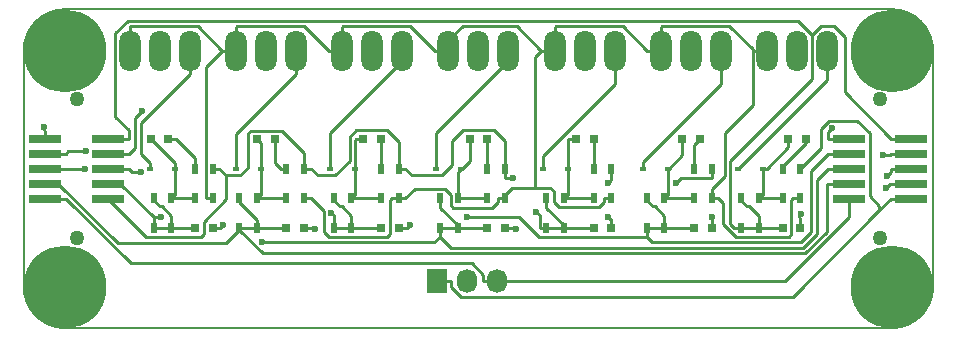
<source format=gtl>
G04 #@! TF.FileFunction,Copper,L1,Top,Signal*
%FSLAX46Y46*%
G04 Gerber Fmt 4.6, Leading zero omitted, Abs format (unit mm)*
G04 Created by KiCad (PCBNEW 4.0.2-stable) date 31/05/2016 22:00:56*
%MOMM*%
G01*
G04 APERTURE LIST*
%ADD10C,0.100000*%
%ADD11C,0.150000*%
%ADD12C,0.250000*%
%ADD13R,0.800000X0.750000*%
%ADD14R,0.797560X0.797560*%
%ADD15R,1.727200X2.032000*%
%ADD16O,1.727200X2.032000*%
%ADD17C,7.000000*%
%ADD18R,0.500000X0.900000*%
%ADD19R,2.790000X0.740000*%
%ADD20C,1.270000*%
%ADD21R,0.590000X0.450000*%
%ADD22O,1.800860X3.500120*%
%ADD23R,0.500000X0.250000*%
%ADD24C,0.600000*%
G04 APERTURE END LIST*
D10*
D11*
X75000000Y28500000D02*
X5000000Y28500000D01*
X5000000Y1500000D02*
X75000000Y1500000D01*
X78500000Y25000000D02*
G75*
G03X75000000Y28500000I-3500000J0D01*
G01*
X75000000Y1500000D02*
G75*
G03X78500000Y5000000I0J3500000D01*
G01*
X78500000Y25000000D02*
X78500000Y5000000D01*
X1500000Y25000000D02*
X1500000Y5000000D01*
X5000000Y28500000D02*
G75*
G03X1500000Y25000000I0J-3500000D01*
G01*
X1500000Y5000000D02*
G75*
G03X5000000Y1500000I3500000J0D01*
G01*
D12*
X12750000Y10000000D02*
X13750000Y10000000D01*
X62500000Y10000000D02*
X63500000Y10000000D01*
X54500000Y10000000D02*
X55500000Y10000000D01*
X46000000Y10000000D02*
X47000000Y10000000D01*
X37000000Y10000000D02*
X38000000Y10000000D01*
X28000000Y10000000D02*
X29000000Y10000000D01*
X20000000Y10000000D02*
X21000000Y10000000D01*
D13*
X16000000Y10000000D03*
X17500000Y10000000D03*
X23750000Y10000000D03*
X25250000Y10000000D03*
X31750000Y10000000D03*
X33250000Y10000000D03*
X40750000Y10000000D03*
X42250000Y10000000D03*
X49750000Y10000000D03*
X51250000Y10000000D03*
X58250000Y10000000D03*
X59750000Y10000000D03*
X65750000Y10000000D03*
X67250000Y10000000D03*
D14*
X13749300Y17500000D03*
X12250700Y17500000D03*
X22749300Y17500000D03*
X21250700Y17500000D03*
X31749300Y17500000D03*
X30250700Y17500000D03*
X40749300Y17500000D03*
X39250700Y17500000D03*
D15*
X36500000Y5500000D03*
D16*
X39040000Y5500000D03*
X41580000Y5500000D03*
D17*
X5000000Y25000000D03*
X75000000Y25000000D03*
D18*
X17500000Y15000000D03*
X16000000Y15000000D03*
X17500000Y12500000D03*
X16000000Y12500000D03*
X12500000Y12500000D03*
X14000000Y12500000D03*
X25250000Y15000000D03*
X23750000Y15000000D03*
X25250000Y12500000D03*
X23750000Y12500000D03*
X19750000Y12500000D03*
X21250000Y12500000D03*
X33250000Y15000000D03*
X31750000Y15000000D03*
X33250000Y12500000D03*
X31750000Y12500000D03*
X27750000Y12500000D03*
X29250000Y12500000D03*
X42250000Y15000000D03*
X40750000Y15000000D03*
X42250000Y12500000D03*
X40750000Y12500000D03*
X36750000Y12500000D03*
X38250000Y12500000D03*
X51250000Y15000000D03*
X49750000Y15000000D03*
X51250000Y12500000D03*
X49750000Y12500000D03*
X45750000Y12500000D03*
X47250000Y12500000D03*
X59750000Y15000000D03*
X58250000Y15000000D03*
X59750000Y12500000D03*
X58250000Y12500000D03*
X54250000Y12500000D03*
X55750000Y12500000D03*
X67250000Y15000000D03*
X65750000Y15000000D03*
X67250000Y12500000D03*
X65750000Y12500000D03*
X62250000Y12500000D03*
X63750000Y12500000D03*
D17*
X75000000Y5000000D03*
X5000000Y5000000D03*
D14*
X49749300Y17500000D03*
X48250700Y17500000D03*
X58749300Y17500000D03*
X57250700Y17500000D03*
X67749300Y17500000D03*
X66250700Y17500000D03*
D19*
X3340000Y16270000D03*
X8660000Y16270000D03*
X3340000Y15000000D03*
X8660000Y15000000D03*
X8660000Y12460000D03*
X3340000Y12460000D03*
X8660000Y13730000D03*
X3340000Y13730000D03*
X3340000Y17540000D03*
X8660000Y17540000D03*
D20*
X6000000Y9130000D03*
X6000000Y20870000D03*
D19*
X71340000Y16270000D03*
X76660000Y16270000D03*
X71340000Y15000000D03*
X76660000Y15000000D03*
X76660000Y12460000D03*
X71340000Y12460000D03*
X76660000Y13730000D03*
X71340000Y13730000D03*
X71340000Y17540000D03*
X76660000Y17540000D03*
D20*
X74000000Y9130000D03*
X74000000Y20870000D03*
D21*
X36445000Y15000000D03*
X38555000Y15000000D03*
X45445000Y15000000D03*
X47555000Y15000000D03*
X53945000Y15000000D03*
X56055000Y15000000D03*
X61945000Y15000000D03*
X64055000Y15000000D03*
X12195000Y15000000D03*
X14305000Y15000000D03*
X19445000Y15000000D03*
X21555000Y15000000D03*
X27445000Y15000000D03*
X29555000Y15000000D03*
D22*
X10460000Y25000000D03*
X13000000Y25000000D03*
X15540000Y25000000D03*
X19460000Y25000000D03*
X22000000Y25000000D03*
X24540000Y25000000D03*
X28460000Y25000000D03*
X31000000Y25000000D03*
X33540000Y25000000D03*
X37460000Y25000000D03*
X40000000Y25000000D03*
X42540000Y25000000D03*
X46460000Y25000000D03*
X49000000Y25000000D03*
X51540000Y25000000D03*
X55460000Y25000000D03*
X58000000Y25000000D03*
X60540000Y25000000D03*
X64460000Y25000000D03*
X67000000Y25000000D03*
X69540000Y25000000D03*
D18*
X14000000Y10000000D03*
X12500000Y10000000D03*
D23*
X13250000Y10000000D03*
D18*
X63750000Y10000000D03*
X62250000Y10000000D03*
D23*
X63000000Y10000000D03*
D18*
X55750000Y10000000D03*
X54250000Y10000000D03*
D23*
X55000000Y10000000D03*
D18*
X47250000Y10000000D03*
X45750000Y10000000D03*
D23*
X46500000Y10000000D03*
D18*
X38250000Y10000000D03*
X36750000Y10000000D03*
D23*
X37500000Y10000000D03*
D18*
X29250000Y10000000D03*
X27750000Y10000000D03*
D23*
X28500000Y10000000D03*
D18*
X21250000Y10000000D03*
X19750000Y10000000D03*
D23*
X20500000Y10000000D03*
D24*
X42895400Y14206900D03*
X50939100Y13750000D03*
X56713000Y13750000D03*
X3250000Y18500000D03*
X43176000Y9913100D03*
X34181000Y10205500D03*
X50984000Y10878400D03*
X67300000Y11200000D03*
X59750000Y10893300D03*
X18412000Y10208900D03*
X26167000Y9869200D03*
X69975000Y18416700D03*
X13160000Y10883900D03*
X74493400Y13340700D03*
X27562500Y11250000D03*
X74627100Y14407000D03*
X11398200Y14674400D03*
X6721300Y14937500D03*
X21686400Y8755200D03*
X74261300Y16147500D03*
X11553200Y19914500D03*
X44873500Y11338400D03*
X39062600Y10911700D03*
X6763500Y16478800D03*
D12*
X66603000Y4123700D02*
X73948700Y11468800D01*
X38545000Y4123700D02*
X66603000Y4123700D01*
X37689000Y4979900D02*
X38545000Y4123700D01*
X37689000Y5500000D02*
X37689000Y4979900D01*
X36500000Y5500000D02*
X37689000Y5500000D01*
X74940000Y12460000D02*
X76660000Y12460000D01*
X73948700Y11468800D02*
X74940000Y12460000D01*
X73948700Y11871000D02*
X73948700Y11468800D01*
X73132500Y12687200D02*
X73948700Y11871000D01*
X73132500Y17983300D02*
X73132500Y12687200D01*
X72073700Y19042100D02*
X73132500Y17983300D01*
X69709900Y19042100D02*
X72073700Y19042100D01*
X69013900Y18346100D02*
X69709900Y19042100D01*
X69013900Y16763900D02*
X69013900Y18346100D01*
X67250000Y15000000D02*
X69013900Y16763900D01*
X33250000Y15000000D02*
X33825300Y15000000D01*
X34375700Y14449600D02*
X33825300Y15000000D01*
X36924800Y14449600D02*
X34375700Y14449600D01*
X37799600Y15324400D02*
X36924800Y14449600D01*
X37799600Y17357900D02*
X37799600Y15324400D01*
X38694300Y18252600D02*
X37799600Y17357900D01*
X41314800Y18252600D02*
X38694300Y18252600D01*
X42250000Y17317400D02*
X41314800Y18252600D01*
X42250000Y15000000D02*
X42250000Y17317400D01*
X42877600Y14224700D02*
X42250000Y14224700D01*
X42895400Y14206900D02*
X42877600Y14224700D01*
X42250000Y15000000D02*
X42250000Y14224700D01*
X51250000Y14060900D02*
X51250000Y15000000D01*
X50939100Y13750000D02*
X51250000Y14060900D01*
X17500000Y15000000D02*
X18075300Y15000000D01*
X33250000Y17265500D02*
X33250000Y15000000D01*
X32272500Y18243000D02*
X33250000Y17265500D01*
X29669800Y18243000D02*
X32272500Y18243000D01*
X29092700Y17665900D02*
X29669800Y18243000D01*
X29092700Y15667100D02*
X29092700Y17665900D01*
X27859900Y14434300D02*
X29092700Y15667100D01*
X26391000Y14434300D02*
X27859900Y14434300D01*
X25825300Y15000000D02*
X26391000Y14434300D01*
X25250000Y15000000D02*
X25825300Y15000000D01*
X18650600Y12439600D02*
X18650600Y14424700D01*
X16725400Y10514400D02*
X18650600Y12439600D01*
X16725400Y9459000D02*
X16725400Y10514400D01*
X16491000Y9224600D02*
X16725400Y9459000D01*
X11895400Y9224600D02*
X16491000Y9224600D01*
X8660000Y12460000D02*
X11895400Y9224600D01*
X19857900Y14424700D02*
X18650600Y14424700D01*
X20526500Y15093300D02*
X19857900Y14424700D01*
X20526500Y18043200D02*
X20526500Y15093300D01*
X20707500Y18224200D02*
X20526500Y18043200D01*
X23363500Y18224200D02*
X20707500Y18224200D01*
X25250000Y16337700D02*
X23363500Y18224200D01*
X25250000Y15000000D02*
X25250000Y16337700D01*
X18650600Y14424700D02*
X18075300Y15000000D01*
X59750000Y15000000D02*
X59750000Y14224700D01*
X57187700Y14224700D02*
X56713000Y13750000D01*
X59750000Y14224700D02*
X57187700Y14224700D01*
X71340000Y10872400D02*
X71340000Y12460000D01*
X65968000Y5500000D02*
X71340000Y10872400D01*
X41580000Y5500000D02*
X65968000Y5500000D01*
X40391000Y5500000D02*
X41580000Y5500000D01*
X40391000Y6020100D02*
X40391000Y5500000D01*
X39438000Y6973200D02*
X40391000Y6020100D01*
X10547000Y6973200D02*
X39438000Y6973200D01*
X5060000Y12460000D02*
X10547000Y6973200D01*
X3340000Y12460000D02*
X5060000Y12460000D01*
X3250000Y18250000D02*
X3250000Y18500000D01*
X3340000Y18160000D02*
X3250000Y18250000D01*
X3340000Y17540000D02*
X3340000Y18160000D01*
X42975000Y10000000D02*
X42250000Y10000000D01*
X43062000Y9913100D02*
X42975000Y10000000D01*
X43176000Y9913100D02*
X43062000Y9913100D01*
X33975000Y10000000D02*
X33250000Y10000000D01*
X34181000Y10205500D02*
X33975000Y10000000D01*
X51250000Y10700300D02*
X51250000Y10000000D01*
X51162000Y10700300D02*
X51250000Y10700300D01*
X50984000Y10878400D02*
X51162000Y10700300D01*
X67122000Y11022400D02*
X67300000Y11200000D01*
X67250000Y10700300D02*
X67122000Y11022400D01*
X67250000Y10000000D02*
X67250000Y10700300D01*
X59750000Y10000000D02*
X59750000Y10893300D01*
X18225000Y10000000D02*
X17500000Y10000000D01*
X18225000Y10021700D02*
X18225000Y10000000D01*
X18412000Y10208900D02*
X18225000Y10021700D01*
X26106000Y9869200D02*
X26167000Y9869200D01*
X25975000Y10000000D02*
X26106000Y9869200D01*
X25250000Y10000000D02*
X25975000Y10000000D01*
X69620000Y17540000D02*
X71340000Y17540000D01*
X69620000Y18061500D02*
X69620000Y17540000D01*
X69975000Y18416700D02*
X69620000Y18061500D01*
X16000000Y15898100D02*
X16000000Y15000000D01*
X14398000Y17500000D02*
X16000000Y15898100D01*
X13749300Y17500000D02*
X14398000Y17500000D01*
X13749000Y17500000D02*
X13749300Y17500000D01*
X14000000Y12500000D02*
X16000000Y12500000D01*
X14305000Y12805000D02*
X14000000Y12500000D01*
X14305000Y15000000D02*
X14305000Y12805000D01*
X12280000Y17500000D02*
X12251000Y17500000D01*
X14305000Y15475000D02*
X12280000Y17500000D01*
X14305000Y15000000D02*
X14305000Y15475000D01*
X12251000Y17500000D02*
X12250700Y17500000D01*
X22749000Y15500700D02*
X22749000Y16000600D01*
X23250000Y15000000D02*
X22749000Y15500700D01*
X23750000Y15000000D02*
X23250000Y15000000D01*
X22749000Y16000600D02*
X22749000Y16000900D01*
X22749000Y16000600D02*
X22749000Y16000900D01*
X22749000Y16000900D02*
X22749000Y16500400D01*
X22749000Y16000900D02*
X22749000Y16500400D01*
X22749000Y16500400D02*
X22749000Y17000200D01*
X22749000Y17000200D02*
X22749000Y17500000D01*
X22749300Y17000500D02*
X22749300Y17500000D01*
X22749000Y17000200D02*
X22749300Y17000500D01*
X23750000Y12875000D02*
X23750000Y12500000D01*
X21555000Y15000000D02*
X21625000Y15000000D01*
X21555000Y12805000D02*
X21250000Y12500000D01*
X21555000Y15000000D02*
X21555000Y12805000D01*
X21250000Y12500000D02*
X23750000Y12500000D01*
X21555000Y17195700D02*
X21251000Y17500000D01*
X21555000Y15000000D02*
X21555000Y17195700D01*
X21250700Y17500000D02*
X21251000Y17500000D01*
X31749000Y17499900D02*
X31749000Y17499800D01*
X31749000Y17500000D02*
X31749000Y17499900D01*
X31750000Y17499300D02*
X31749000Y17499800D01*
X31750000Y15000000D02*
X31750000Y17499300D01*
X31749000Y17499800D02*
X31749000Y17499900D01*
X31749000Y17500000D02*
X31749300Y17500000D01*
X29250000Y12500000D02*
X31750000Y12500000D01*
X29555000Y12805000D02*
X29250000Y12500000D01*
X29555000Y15000000D02*
X29555000Y12805000D01*
X29602000Y17500000D02*
X30250700Y17500000D01*
X29555000Y17453100D02*
X29602000Y17500000D01*
X29555000Y15000000D02*
X29555000Y17453100D01*
X30250700Y17500000D02*
X30251000Y17500000D01*
X40749000Y15000700D02*
X40749000Y16037600D01*
X40750000Y15000000D02*
X40749000Y15000700D01*
X40749000Y16037600D02*
X40749000Y16037900D01*
X40749000Y16037600D02*
X40749000Y16037900D01*
X40749000Y16037900D02*
X40749000Y16525100D01*
X40749000Y16037900D02*
X40749000Y16525100D01*
X40749000Y16525100D02*
X40749000Y17012600D01*
X40749000Y17012600D02*
X40749000Y17500000D01*
X40749300Y17012900D02*
X40749300Y17500000D01*
X40749000Y17012600D02*
X40749300Y17012900D01*
X38250000Y12500000D02*
X40750000Y12500000D01*
X38250000Y14695000D02*
X38555000Y15000000D01*
X38250000Y12500000D02*
X38250000Y14695000D01*
X39251000Y15625700D02*
X39251000Y16094300D01*
X38625000Y15000000D02*
X39251000Y15625700D01*
X38555000Y15000000D02*
X38625000Y15000000D01*
X39251000Y16094300D02*
X39251000Y16094600D01*
X39251000Y16094300D02*
X39251000Y16094600D01*
X39251000Y16094600D02*
X39251000Y16562900D01*
X39251000Y16094600D02*
X39251000Y16562900D01*
X39251000Y16562900D02*
X39251000Y17031500D01*
X39251000Y17031500D02*
X39251000Y17500000D01*
X39250700Y17031800D02*
X39250700Y17500000D01*
X39251000Y17031500D02*
X39250700Y17031800D01*
X27310000Y25000000D02*
X28460000Y25000000D01*
X25234000Y27075100D02*
X27310000Y25000000D01*
X19535000Y27075100D02*
X25234000Y27075100D01*
X19460000Y27000100D02*
X19535000Y27075100D01*
X19460000Y25000000D02*
X19460000Y27000100D01*
X25250000Y12500000D02*
X25825300Y12500000D01*
X36310000Y25000000D02*
X37460000Y25000000D01*
X34234000Y27075100D02*
X36310000Y25000000D01*
X28535000Y27075100D02*
X34234000Y27075100D01*
X28460000Y27000100D02*
X28535000Y27075100D01*
X28460000Y25000000D02*
X28460000Y27000100D01*
X26937100Y11388200D02*
X25825300Y12500000D01*
X26937100Y9631200D02*
X26937100Y11388200D01*
X27353900Y9214400D02*
X26937100Y9631200D01*
X32253100Y9214400D02*
X27353900Y9214400D01*
X32500000Y9461300D02*
X32253100Y9214400D01*
X32500000Y12325300D02*
X32500000Y9461300D01*
X32674700Y12500000D02*
X32500000Y12325300D01*
X33250000Y12500000D02*
X32674700Y12500000D01*
X54310000Y25000000D02*
X55460000Y25000000D01*
X52234000Y27075100D02*
X54310000Y25000000D01*
X46535000Y27075100D02*
X52234000Y27075100D01*
X46460000Y27000100D02*
X46535000Y27075100D01*
X46460000Y25000000D02*
X46460000Y27000100D01*
X34600700Y13275400D02*
X33825300Y12500000D01*
X37196600Y13275400D02*
X34600700Y13275400D01*
X37674600Y12797400D02*
X37196600Y13275400D01*
X37674600Y11889800D02*
X37674600Y12797400D01*
X37867900Y11696500D02*
X37674600Y11889800D01*
X41158800Y11696500D02*
X37867900Y11696500D01*
X41674700Y12212400D02*
X41158800Y11696500D01*
X41674700Y12500000D02*
X41674700Y12212400D01*
X42250000Y12500000D02*
X41674700Y12500000D01*
X33250000Y12500000D02*
X33825300Y12500000D01*
X42250000Y12500000D02*
X42250000Y12770000D01*
X42250000Y12770000D02*
X42250000Y12860000D01*
X51250000Y12500000D02*
X50674700Y12500000D01*
X43234000Y27075100D02*
X45310000Y25000000D01*
X38685000Y27075100D02*
X43234000Y27075100D01*
X37460000Y25849600D02*
X38685000Y27075100D01*
X37460000Y25000000D02*
X37460000Y25849600D01*
X45310000Y25000000D02*
X46460000Y25000000D01*
X63310000Y25000000D02*
X64460000Y25000000D01*
X63216700Y25093300D02*
X63310000Y25000000D01*
X60874200Y14399500D02*
X59750000Y13275300D01*
X60874200Y18020700D02*
X60874200Y14399500D01*
X63216700Y20363200D02*
X60874200Y18020700D01*
X63216700Y25093300D02*
X63216700Y20363200D01*
X61234000Y27075100D02*
X63216700Y25093300D01*
X55535000Y27075100D02*
X61234000Y27075100D01*
X55460000Y27000100D02*
X55535000Y27075100D01*
X55460000Y25000000D02*
X55460000Y27000100D01*
X59750000Y12500000D02*
X59750000Y13275300D01*
X60731300Y12094000D02*
X60325300Y12500000D01*
X60731300Y10282200D02*
X60731300Y12094000D01*
X61788900Y9224600D02*
X60731300Y10282200D01*
X66263300Y9224600D02*
X61788900Y9224600D01*
X66500000Y9461300D02*
X66263300Y9224600D01*
X66500000Y12325300D02*
X66500000Y9461300D01*
X66674700Y12500000D02*
X66500000Y12325300D01*
X67250000Y12500000D02*
X66674700Y12500000D01*
X59750000Y12500000D02*
X60325300Y12500000D01*
X44780900Y24470900D02*
X45310000Y25000000D01*
X44780900Y13347200D02*
X44780900Y24470900D01*
X46087900Y13347200D02*
X44780900Y13347200D01*
X46362300Y13072800D02*
X46087900Y13347200D01*
X46362300Y12188700D02*
X46362300Y13072800D01*
X46826400Y11724600D02*
X46362300Y12188700D01*
X50186900Y11724600D02*
X46826400Y11724600D01*
X50674700Y12212400D02*
X50186900Y11724600D01*
X50674700Y12500000D02*
X50674700Y12212400D01*
X42827200Y13347200D02*
X42250000Y12770000D01*
X44780900Y13347200D02*
X42827200Y13347200D01*
X16924700Y23614700D02*
X18310000Y25000000D01*
X16924700Y12500000D02*
X16924700Y23614700D01*
X16234000Y27075100D02*
X18310000Y25000000D01*
X10535000Y27075100D02*
X16234000Y27075100D01*
X10460000Y27000100D02*
X10535000Y27075100D01*
X10460000Y25000000D02*
X10460000Y27000100D01*
X18310000Y25000000D02*
X19460000Y25000000D01*
X17500000Y12500000D02*
X16924700Y12500000D01*
X12500000Y12300000D02*
X12500000Y12500000D01*
X13000000Y11800000D02*
X12500000Y12300000D01*
X13200000Y11800000D02*
X13000000Y11800000D01*
X14000000Y11000000D02*
X13200000Y11800000D01*
X14000000Y10000000D02*
X14000000Y11000000D01*
X16000000Y10000000D02*
X14000000Y10000000D01*
X19750000Y12150000D02*
X19750000Y12500000D01*
X21250000Y10650000D02*
X19750000Y12150000D01*
X21250000Y10000000D02*
X21250000Y10650000D01*
X19750000Y12700000D02*
X19750000Y12500000D01*
X23750000Y10000000D02*
X21250000Y10000000D01*
X27750000Y12300000D02*
X27750000Y12500000D01*
X28250000Y11800000D02*
X27750000Y12300000D01*
X28450000Y11800000D02*
X28250000Y11800000D01*
X29250000Y11000000D02*
X28450000Y11800000D01*
X29250000Y10000000D02*
X29250000Y11000000D01*
X29250000Y10000000D02*
X31750000Y10000000D01*
X40750000Y10000000D02*
X38250000Y10000000D01*
X38250000Y10200000D02*
X38250000Y10000000D01*
X36750000Y11700000D02*
X38250000Y10200000D01*
X36750000Y12500000D02*
X36750000Y11700000D01*
X47250000Y10200000D02*
X47250000Y10000000D01*
X45750000Y11700000D02*
X47250000Y10200000D01*
X45750000Y12500000D02*
X45750000Y11700000D01*
X49750000Y10000000D02*
X47250000Y10000000D01*
X54250000Y12300000D02*
X54250000Y12500000D01*
X54750000Y11800000D02*
X54250000Y12300000D01*
X54950000Y11800000D02*
X54750000Y11800000D01*
X55750000Y11000000D02*
X54950000Y11800000D01*
X55750000Y10000000D02*
X55750000Y11000000D01*
X58250000Y10000000D02*
X55750000Y10000000D01*
X62250000Y12300000D02*
X62250000Y12500000D01*
X62750000Y11800000D02*
X62250000Y12300000D01*
X62950000Y11800000D02*
X62750000Y11800000D01*
X63750000Y11000000D02*
X62950000Y11800000D01*
X63750000Y10000000D02*
X63750000Y11000000D01*
X65750000Y10000000D02*
X63750000Y10000000D01*
X49749000Y17499900D02*
X49749000Y17499800D01*
X49749000Y17500000D02*
X49749000Y17499900D01*
X49750000Y17499300D02*
X49749000Y17499800D01*
X49750000Y15000000D02*
X49750000Y17499300D01*
X49749000Y17499800D02*
X49749000Y17499900D01*
X49749000Y17500000D02*
X49749300Y17500000D01*
X47250000Y12500000D02*
X49750000Y12500000D01*
X47555000Y12805000D02*
X47250000Y12500000D01*
X47555000Y15000000D02*
X47555000Y12805000D01*
X47602000Y17500000D02*
X48250700Y17500000D01*
X47555000Y17453100D02*
X47602000Y17500000D01*
X47555000Y15000000D02*
X47555000Y17453100D01*
X48250700Y17500000D02*
X48251000Y17500000D01*
X58250000Y17000700D02*
X58749000Y17500000D01*
X58250000Y15000000D02*
X58250000Y17000700D01*
X58749300Y17500000D02*
X58749000Y17500000D01*
X58250000Y12500000D02*
X55750000Y12500000D01*
X56055000Y12805000D02*
X55750000Y12500000D01*
X56055000Y15000000D02*
X56055000Y12805000D01*
X57251000Y16125700D02*
X57251000Y16469300D01*
X56125000Y15000000D02*
X57251000Y16125700D01*
X56055000Y15000000D02*
X56125000Y15000000D01*
X57251000Y16469300D02*
X57251000Y16469600D01*
X57251000Y16469300D02*
X57251000Y16469600D01*
X57251000Y16469600D02*
X57251000Y16812900D01*
X57251000Y16469600D02*
X57251000Y16812900D01*
X57251000Y16812900D02*
X57251000Y17156500D01*
X57251000Y17156500D02*
X57251000Y17500000D01*
X57250700Y17156800D02*
X57250700Y17500000D01*
X57251000Y17156500D02*
X57250700Y17156800D01*
X67749000Y17199300D02*
X67749000Y17274500D01*
X65750000Y15200000D02*
X67749000Y17199300D01*
X65750000Y15000000D02*
X65750000Y15200000D01*
X67749000Y17274500D02*
X67749000Y17274800D01*
X67749000Y17274500D02*
X67749000Y17274800D01*
X67749000Y17274800D02*
X67749000Y17349700D01*
X67749000Y17274800D02*
X67749000Y17349700D01*
X67749000Y17349700D02*
X67749000Y17424900D01*
X67749000Y17424900D02*
X67749000Y17500000D01*
X67749300Y17425200D02*
X67749300Y17500000D01*
X67749000Y17424900D02*
X67749300Y17425200D01*
X63750000Y12500000D02*
X65750000Y12500000D01*
X64055000Y12805000D02*
X63750000Y12500000D01*
X64055000Y15000000D02*
X64055000Y12805000D01*
X66251000Y16851200D02*
X66251000Y17013400D01*
X64399000Y15000000D02*
X66251000Y16851200D01*
X64055000Y15000000D02*
X64399000Y15000000D01*
X66251000Y17013400D02*
X66251000Y17013700D01*
X66251000Y17013400D02*
X66251000Y17013700D01*
X66251000Y17013700D02*
X66251000Y17175600D01*
X66251000Y17013700D02*
X66251000Y17175600D01*
X66251000Y17175600D02*
X66251000Y17337800D01*
X66251000Y17337800D02*
X66251000Y17500000D01*
X66250700Y17338100D02*
X66250700Y17500000D01*
X66251000Y17337800D02*
X66250700Y17338100D01*
X53945000Y15576900D02*
X53945000Y15000000D01*
X60540000Y22171900D02*
X53945000Y15576900D01*
X60540000Y25000000D02*
X60540000Y22171900D01*
X45445000Y16076900D02*
X45445000Y15000000D01*
X51540000Y22171900D02*
X45445000Y16076900D01*
X51540000Y25000000D02*
X51540000Y22171900D01*
X36445000Y18055400D02*
X36445000Y15000000D01*
X42540000Y24150400D02*
X36445000Y18055400D01*
X42540000Y25000000D02*
X42540000Y24150400D01*
X33540000Y24150400D02*
X33540000Y25000000D01*
X27445000Y18055400D02*
X33540000Y24150400D01*
X27445000Y15000000D02*
X27445000Y18055400D01*
X12195000Y15475000D02*
X12195000Y15000000D01*
X11400000Y16270119D02*
X12195000Y15475000D01*
X11400000Y18859900D02*
X11400000Y16270119D01*
X15540000Y22999900D02*
X11400000Y18859900D01*
X15540000Y25000000D02*
X15540000Y22999900D01*
X19445000Y17904900D02*
X19445000Y15000000D01*
X24540000Y22999900D02*
X19445000Y17904900D01*
X24540000Y25000000D02*
X24540000Y22999900D01*
X62015000Y15000000D02*
X61945000Y15000000D01*
X69540000Y22525000D02*
X62015000Y15000000D01*
X69540000Y25000000D02*
X69540000Y22525000D01*
X12500000Y10000000D02*
X12500000Y10133100D01*
X9685000Y13730000D02*
X8660000Y13730000D01*
X74882700Y13730000D02*
X76660000Y13730000D01*
X74493400Y13340700D02*
X74882700Y13730000D01*
X12500000Y10883900D02*
X13160000Y10883900D01*
X12500000Y10915000D02*
X12500000Y10883900D01*
X9685000Y13730000D02*
X12500000Y10915000D01*
X12500000Y10883900D02*
X12500000Y10133100D01*
X19750000Y10000000D02*
X19750000Y9800000D01*
X4430000Y13730000D02*
X3340000Y13730000D01*
X9454000Y8706300D02*
X4430000Y13730000D01*
X18656000Y8706300D02*
X9454000Y8706300D01*
X19750000Y9800000D02*
X18656000Y8706300D01*
X69500000Y13730000D02*
X71340000Y13730000D01*
X69500000Y9669024D02*
X69500000Y13730000D01*
X67656000Y7825400D02*
X69500000Y9669024D01*
X21725000Y7825400D02*
X67656000Y7825400D01*
X19750000Y9800000D02*
X21725000Y7825400D01*
X27750000Y11062500D02*
X27750000Y10000000D01*
X27562500Y11250000D02*
X27750000Y11062500D01*
X74939700Y14719600D02*
X74939700Y15000000D01*
X74627100Y14407000D02*
X74939700Y14719600D01*
X76660000Y15000000D02*
X74939700Y15000000D01*
X8660000Y15000000D02*
X10380300Y15000000D01*
X10705900Y14674400D02*
X11398200Y14674400D01*
X10380300Y15000000D02*
X10705900Y14674400D01*
X37699000Y8275800D02*
X36750000Y9224700D01*
X67470000Y8275800D02*
X37699000Y8275800D01*
X68656000Y9462400D02*
X67470000Y8275800D01*
X68656000Y14036500D02*
X68656000Y9462400D01*
X69620000Y15000000D02*
X68656000Y14036500D01*
X71340000Y15000000D02*
X69620000Y15000000D01*
X36750000Y9224700D02*
X36750000Y10000000D01*
X36280500Y8755200D02*
X21686400Y8755200D01*
X36750000Y9224700D02*
X36280500Y8755200D01*
X6658800Y15000000D02*
X6721300Y14937500D01*
X3340000Y15000000D02*
X6658800Y15000000D01*
X74817200Y16147500D02*
X74939700Y16270000D01*
X74261300Y16147500D02*
X74817200Y16147500D01*
X76660000Y16270000D02*
X74939700Y16270000D01*
X8660000Y16270000D02*
X10380300Y16270000D01*
X10900000Y19261300D02*
X11553200Y19914500D01*
X10900000Y16789700D02*
X10900000Y19261300D01*
X10380300Y16270000D02*
X10900000Y16789700D01*
X45174700Y11037200D02*
X44873500Y11338400D01*
X45174700Y10000000D02*
X45174700Y11037200D01*
X45750000Y10000000D02*
X45174700Y10000000D01*
X54250000Y10000000D02*
X54250000Y9224700D01*
X69620000Y16270000D02*
X71340000Y16270000D01*
X68171000Y14821200D02*
X69620000Y16270000D01*
X68171000Y9614000D02*
X68171000Y14821200D01*
X67306000Y8749200D02*
X68171000Y9614000D01*
X54726000Y8749200D02*
X67306000Y8749200D01*
X54250000Y9224700D02*
X54726000Y8749200D01*
X43404900Y10911700D02*
X39062600Y10911700D01*
X45091900Y9224700D02*
X43404900Y10911700D01*
X54250000Y9224700D02*
X45091900Y9224700D01*
X3340000Y16270000D02*
X5060300Y16270000D01*
X5269100Y16478800D02*
X6763500Y16478800D01*
X5060300Y16270000D02*
X5269100Y16478800D01*
X62250000Y10000000D02*
X61674700Y10000000D01*
X76660000Y17540000D02*
X74939700Y17540000D01*
X8660000Y17540000D02*
X10380300Y17540000D01*
X10380300Y18235300D02*
X10380300Y17540000D01*
X9220400Y19395200D02*
X10380300Y18235300D01*
X9220400Y26453600D02*
X9220400Y19395200D01*
X10303300Y27536500D02*
X9220400Y26453600D01*
X67057200Y27536500D02*
X10303300Y27536500D01*
X68270000Y26323700D02*
X67057200Y27536500D01*
X71012600Y21467100D02*
X74939700Y17540000D01*
X71012600Y26157600D02*
X71012600Y21467100D01*
X70072900Y27097300D02*
X71012600Y26157600D01*
X69043600Y27097300D02*
X70072900Y27097300D01*
X68270000Y26323700D02*
X69043600Y27097300D01*
X68270000Y22564000D02*
X68270000Y26323700D01*
X61324600Y15618600D02*
X68270000Y22564000D01*
X61324600Y10350100D02*
X61324600Y15618600D01*
X61674700Y10000000D02*
X61324600Y10350100D01*
M02*

</source>
